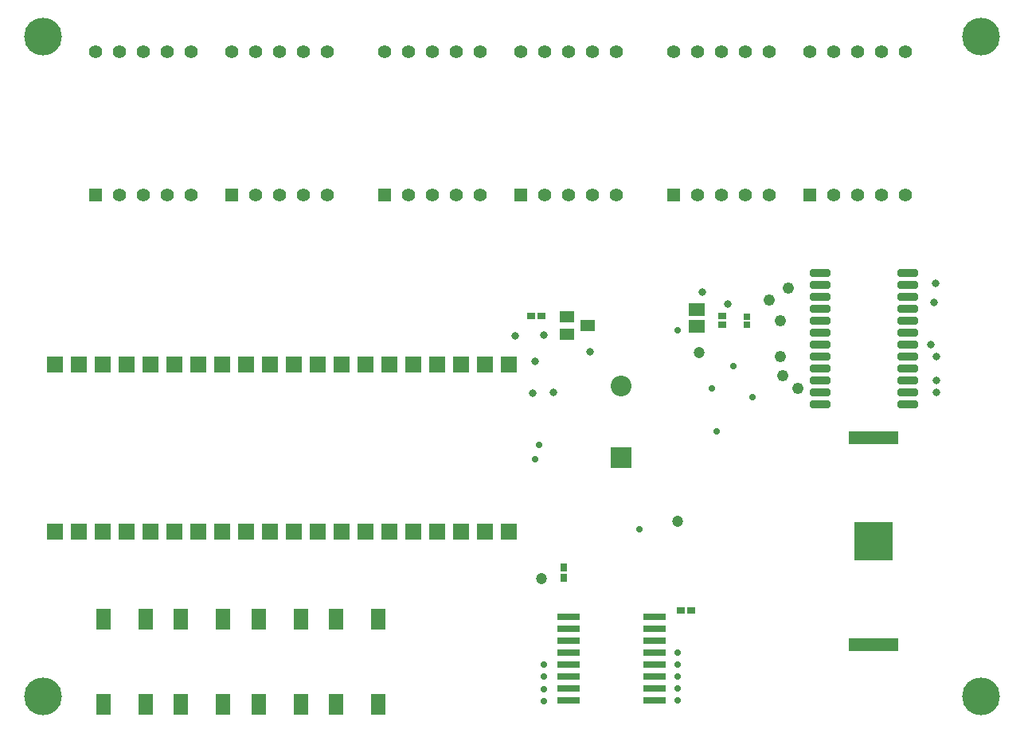
<source format=gts>
G04*
G04 #@! TF.GenerationSoftware,Altium Limited,Altium Designer,25.8.1 (18)*
G04*
G04 Layer_Color=8388736*
%FSLAX25Y25*%
%MOIN*%
G70*
G04*
G04 #@! TF.SameCoordinates,88319C62-EFB5-4932-9794-969BEDCF7067*
G04*
G04*
G04 #@! TF.FilePolarity,Negative*
G04*
G01*
G75*
G04:AMPARAMS|DCode=24|XSize=88.71mil|YSize=31.23mil|CornerRadius=6.9mil|HoleSize=0mil|Usage=FLASHONLY|Rotation=180.000|XOffset=0mil|YOffset=0mil|HoleType=Round|Shape=RoundedRectangle|*
%AMROUNDEDRECTD24*
21,1,0.08871,0.01742,0,0,180.0*
21,1,0.07490,0.03123,0,0,180.0*
1,1,0.01381,-0.03745,0.00871*
1,1,0.01381,0.03745,0.00871*
1,1,0.01381,0.03745,-0.00871*
1,1,0.01381,-0.03745,-0.00871*
%
%ADD24ROUNDEDRECTD24*%
%ADD25R,0.09461X0.03162*%
%ADD26R,0.03162X0.03005*%
%ADD27R,0.06312X0.09068*%
%ADD28R,0.03241X0.03162*%
%ADD29R,0.06587X0.05328*%
%ADD30R,0.03753X0.03162*%
%ADD31R,0.03162X0.03753*%
%ADD32R,0.16391X0.16391*%
%ADD33R,0.20800X0.05800*%
%ADD34R,0.06312X0.04737*%
%ADD35R,0.06737X0.06737*%
%ADD36R,0.05595X0.05595*%
%ADD37C,0.05595*%
%ADD38R,0.08674X0.08674*%
%ADD39C,0.08674*%
%ADD40C,0.15800*%
%ADD41C,0.02800*%
%ADD42C,0.04737*%
%ADD43C,0.03200*%
%ADD44C,0.04800*%
D24*
X443173Y360500D02*
D03*
X479827Y305500D02*
D03*
Y360500D02*
D03*
Y310500D02*
D03*
Y315500D02*
D03*
Y320500D02*
D03*
Y325500D02*
D03*
Y330500D02*
D03*
Y335500D02*
D03*
Y340500D02*
D03*
Y345500D02*
D03*
Y350500D02*
D03*
Y355500D02*
D03*
X443173D02*
D03*
Y350500D02*
D03*
Y345500D02*
D03*
Y340500D02*
D03*
Y335500D02*
D03*
Y330500D02*
D03*
Y325500D02*
D03*
Y320500D02*
D03*
Y315500D02*
D03*
Y310500D02*
D03*
Y305500D02*
D03*
D25*
X374000Y216500D02*
D03*
Y211500D02*
D03*
X337779Y181500D02*
D03*
X374000Y186500D02*
D03*
X337779D02*
D03*
Y196500D02*
D03*
X374000Y181500D02*
D03*
X337779Y191500D02*
D03*
X374000D02*
D03*
Y196500D02*
D03*
Y206500D02*
D03*
X337779Y201500D02*
D03*
Y206500D02*
D03*
Y216500D02*
D03*
X374000Y201500D02*
D03*
X337779Y211500D02*
D03*
D26*
X412500Y342213D02*
D03*
Y338787D02*
D03*
D27*
X143142Y179587D02*
D03*
X160858D02*
D03*
X143142Y215413D02*
D03*
X160858D02*
D03*
X175642Y179587D02*
D03*
X193358D02*
D03*
X175642Y215413D02*
D03*
X193358D02*
D03*
X208142Y179587D02*
D03*
X225858D02*
D03*
X208142Y215413D02*
D03*
X225858D02*
D03*
X240642Y179587D02*
D03*
X258358D02*
D03*
X240642Y215413D02*
D03*
X258358D02*
D03*
D28*
X402280Y342357D02*
D03*
Y338735D02*
D03*
D29*
X391500Y338035D02*
D03*
Y344965D02*
D03*
D30*
X389165Y219000D02*
D03*
X384835D02*
D03*
X326665Y342500D02*
D03*
X322335D02*
D03*
D31*
X336000Y237165D02*
D03*
Y232835D02*
D03*
D32*
X465500Y248000D02*
D03*
D33*
Y291248D02*
D03*
Y204752D02*
D03*
D34*
X345831Y338500D02*
D03*
X337169Y334760D02*
D03*
Y342240D02*
D03*
D35*
X183000Y322000D02*
D03*
X243000D02*
D03*
X213000D02*
D03*
X163000D02*
D03*
X173000D02*
D03*
X223000D02*
D03*
X233000D02*
D03*
X203000D02*
D03*
X193000D02*
D03*
X123000D02*
D03*
X133000D02*
D03*
X143000D02*
D03*
X153000D02*
D03*
X273000Y252000D02*
D03*
X253000Y322000D02*
D03*
X263000D02*
D03*
Y252000D02*
D03*
X273000Y322000D02*
D03*
X253000Y252000D02*
D03*
X293000D02*
D03*
Y322000D02*
D03*
X303000D02*
D03*
X283000Y252000D02*
D03*
X313000Y322000D02*
D03*
X303000Y252000D02*
D03*
X313000D02*
D03*
X283000Y322000D02*
D03*
X123000Y252000D02*
D03*
X243000D02*
D03*
X213000D02*
D03*
X173000D02*
D03*
X193000D02*
D03*
X233000D02*
D03*
X183000D02*
D03*
X133000D02*
D03*
X223000D02*
D03*
X143000D02*
D03*
X153000D02*
D03*
X163000D02*
D03*
X203000D02*
D03*
D36*
X140000Y393000D02*
D03*
X197000D02*
D03*
X261000D02*
D03*
X318000D02*
D03*
X382000D02*
D03*
X439000D02*
D03*
D37*
X150000D02*
D03*
X160000D02*
D03*
X170000D02*
D03*
X180000D02*
D03*
Y453000D02*
D03*
X170000D02*
D03*
X160000D02*
D03*
X150000D02*
D03*
X140000D02*
D03*
X207000Y393000D02*
D03*
X217000D02*
D03*
X227000D02*
D03*
X237000D02*
D03*
Y453000D02*
D03*
X227000D02*
D03*
X217000D02*
D03*
X207000D02*
D03*
X197000D02*
D03*
X271000Y393000D02*
D03*
X281000D02*
D03*
X291000D02*
D03*
X301000D02*
D03*
Y453000D02*
D03*
X291000D02*
D03*
X281000D02*
D03*
X271000D02*
D03*
X261000D02*
D03*
X328000Y393000D02*
D03*
X338000D02*
D03*
X348000D02*
D03*
X358000D02*
D03*
Y453000D02*
D03*
X348000D02*
D03*
X338000D02*
D03*
X328000D02*
D03*
X318000D02*
D03*
X392000Y393000D02*
D03*
X402000D02*
D03*
X412000D02*
D03*
X422000D02*
D03*
Y453000D02*
D03*
X412000D02*
D03*
X402000D02*
D03*
X392000D02*
D03*
X382000D02*
D03*
X449000Y393000D02*
D03*
X459000D02*
D03*
X469000D02*
D03*
X479000D02*
D03*
Y453000D02*
D03*
X469000D02*
D03*
X459000D02*
D03*
X449000D02*
D03*
X439000D02*
D03*
D38*
X360000Y283039D02*
D03*
D39*
Y312961D02*
D03*
D40*
X510500Y183000D02*
D03*
Y459500D02*
D03*
X118000D02*
D03*
Y183000D02*
D03*
D41*
X325445Y288556D02*
D03*
X367500Y253000D02*
D03*
X383500Y336500D02*
D03*
X400000Y294000D02*
D03*
X398000Y312000D02*
D03*
X415000Y308500D02*
D03*
X407000Y321500D02*
D03*
X324000Y282500D02*
D03*
X383500Y201500D02*
D03*
Y196500D02*
D03*
Y191500D02*
D03*
Y186500D02*
D03*
Y181500D02*
D03*
X327500Y196500D02*
D03*
Y186000D02*
D03*
Y191500D02*
D03*
Y181000D02*
D03*
D42*
X392500Y327000D02*
D03*
X383500Y256500D02*
D03*
X326500Y232500D02*
D03*
D43*
X491000Y348000D02*
D03*
X404500Y347500D02*
D03*
X394000Y352500D02*
D03*
X347000Y327500D02*
D03*
X331500Y310500D02*
D03*
X327500Y334500D02*
D03*
X315500Y334000D02*
D03*
X324000Y323500D02*
D03*
X323000Y310000D02*
D03*
X492000Y315500D02*
D03*
X489500Y330500D02*
D03*
X491500Y356000D02*
D03*
X492000Y310500D02*
D03*
Y325500D02*
D03*
D44*
X426500D02*
D03*
X430000Y354000D02*
D03*
X422000Y349000D02*
D03*
X427500Y317500D02*
D03*
X426500Y340500D02*
D03*
X434000Y312000D02*
D03*
M02*

</source>
